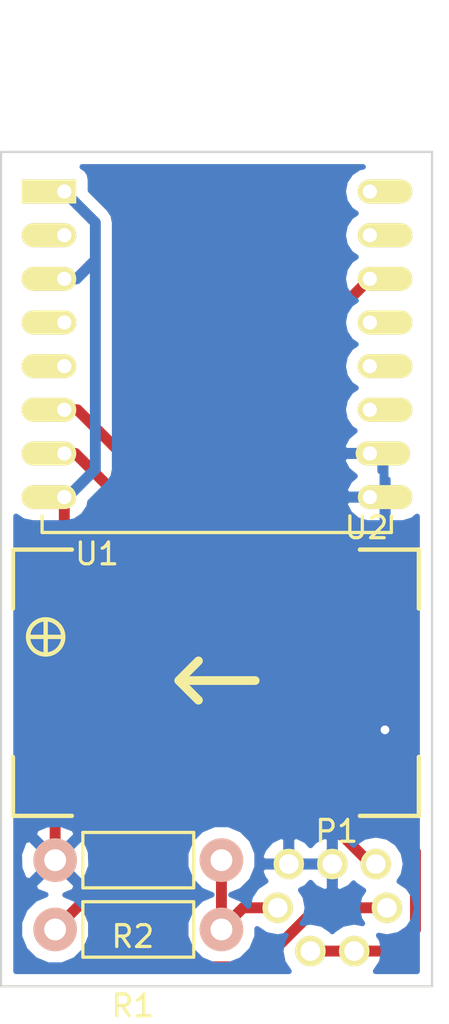
<source format=kicad_pcb>
(kicad_pcb (version 4) (host pcbnew 4.0.4+e1-6308~48~ubuntu16.04.1-stable)

  (general
    (links 16)
    (no_connects 0)
    (area 145.555499 103.137499 165.404001 141.464501)
    (thickness 1.6)
    (drawings 4)
    (tracks 44)
    (zones 0)
    (modules 5)
    (nets 16)
  )

  (page A4)
  (title_block
    (title Roomba)
    (date 2016-09-27)
    (rev 0.1)
  )

  (layers
    (0 F.Cu signal)
    (31 B.Cu signal)
    (32 B.Adhes user)
    (33 F.Adhes user)
    (34 B.Paste user)
    (35 F.Paste user)
    (36 B.SilkS user)
    (37 F.SilkS user)
    (38 B.Mask user)
    (39 F.Mask user)
    (40 Dwgs.User user)
    (41 Cmts.User user)
    (42 Eco1.User user)
    (43 Eco2.User user)
    (44 Edge.Cuts user)
    (45 Margin user)
    (46 B.CrtYd user)
    (47 F.CrtYd user)
    (48 B.Fab user)
    (49 F.Fab user)
  )

  (setup
    (last_trace_width 0.5)
    (user_trace_width 0.25)
    (user_trace_width 0.5)
    (user_trace_width 1)
    (user_trace_width 1.5)
    (user_trace_width 2)
    (trace_clearance 0.25)
    (zone_clearance 0.508)
    (zone_45_only yes)
    (trace_min 0.2)
    (segment_width 0.2)
    (edge_width 0.1)
    (via_size 0.6)
    (via_drill 0.4)
    (via_min_size 0.4)
    (via_min_drill 0.3)
    (uvia_size 0.3)
    (uvia_drill 0.1)
    (uvias_allowed no)
    (uvia_min_size 0.2)
    (uvia_min_drill 0.1)
    (pcb_text_width 0.3)
    (pcb_text_size 1.5 1.5)
    (mod_edge_width 0.15)
    (mod_text_size 1 1)
    (mod_text_width 0.15)
    (pad_size 2.5 2.5)
    (pad_drill 0)
    (pad_to_mask_clearance 0)
    (aux_axis_origin 0 0)
    (visible_elements FFFFFF7F)
    (pcbplotparams
      (layerselection 0x010f0_80000001)
      (usegerberextensions true)
      (excludeedgelayer true)
      (linewidth 0.100000)
      (plotframeref false)
      (viasonmask false)
      (mode 1)
      (useauxorigin false)
      (hpglpennumber 1)
      (hpglpenspeed 20)
      (hpglpendiameter 15)
      (hpglpenoverlay 2)
      (psnegative false)
      (psa4output false)
      (plotreference true)
      (plotvalue true)
      (plotinvisibletext false)
      (padsonsilk false)
      (subtractmaskfromsilk false)
      (outputformat 1)
      (mirror false)
      (drillshape 0)
      (scaleselection 1)
      (outputdirectory gerber/))
  )

  (net 0 "")
  (net 1 GND)
  (net 2 /DD)
  (net 3 VCC)
  (net 4 /RX)
  (net 5 /TX)
  (net 6 "Net-(U1-Pad2)")
  (net 7 "Net-(U1-Pad4)")
  (net 8 "Net-(U1-Pad5)")
  (net 9 +3V3)
  (net 10 "Net-(U1-Pad11)")
  (net 11 "Net-(U1-Pad12)")
  (net 12 "Net-(U1-Pad13)")
  (net 13 "Net-(R1-Pad2)")
  (net 14 "Net-(U1-Pad15)")
  (net 15 "Net-(U1-Pad16)")

  (net_class Default "This is the default net class."
    (clearance 0.25)
    (trace_width 0.25)
    (via_dia 0.6)
    (via_drill 0.4)
    (uvia_dia 0.3)
    (uvia_drill 0.1)
    (add_net +3V3)
    (add_net /DD)
    (add_net /RX)
    (add_net /TX)
    (add_net GND)
    (add_net "Net-(R1-Pad2)")
    (add_net "Net-(U1-Pad11)")
    (add_net "Net-(U1-Pad12)")
    (add_net "Net-(U1-Pad13)")
    (add_net "Net-(U1-Pad15)")
    (add_net "Net-(U1-Pad16)")
    (add_net "Net-(U1-Pad2)")
    (add_net "Net-(U1-Pad4)")
    (add_net "Net-(U1-Pad5)")
    (add_net VCC)
  )

  (module 360_dc-dc:MiniDin-7 (layer F.Cu) (tedit 572798B1) (tstamp 57EA6E0F)
    (at 160.782 137.414)
    (path /57EA6506)
    (fp_text reference P1 (at 0.2 -3.1) (layer F.SilkS)
      (effects (font (size 1 1) (thickness 0.15)))
    )
    (fp_text value CONN_01X07 (at 0.4 3.8) (layer F.Fab)
      (effects (font (size 1 1) (thickness 0.15)))
    )
    (pad 6 thru_hole oval (at 0 -1.6002) (size 1.4 1.4) (drill oval 0.9) (layers *.Cu *.Mask F.SilkS)
      (net 1 GND))
    (pad 5 thru_hole oval (at 1.9939 -1.6002) (size 1.4 1.4) (drill oval 0.9) (layers *.Cu *.Mask F.SilkS)
      (net 2 /DD))
    (pad 7 thru_hole oval (at -1.9939 -1.6002) (size 1.4 1.4) (drill oval 0.9) (layers *.Cu *.Mask F.SilkS)
      (net 1 GND))
    (pad 1 thru_hole oval (at 1.0033 2.3876) (size 1.4 1.4) (drill oval 0.9) (layers *.Cu *.Mask F.SilkS)
      (net 3 VCC))
    (pad 2 thru_hole oval (at -1.0033 2.3876) (size 1.4 1.4) (drill oval 0.9) (layers *.Cu *.Mask F.SilkS)
      (net 3 VCC))
    (pad 3 thru_hole oval (at 2.5019 0.4064) (size 1.4 1.4) (drill oval 0.9) (layers *.Cu *.Mask F.SilkS)
      (net 4 /RX))
    (pad 4 thru_hole oval (at -2.5019 0.4064) (size 1.4 1.4) (drill oval 0.9) (layers *.Cu *.Mask F.SilkS)
      (net 5 /TX))
  )

  (module Resistors_ThroughHole:Resistor_Horizontal_RM7mm (layer F.Cu) (tedit 569FCF07) (tstamp 57EA6E15)
    (at 155.702 138.811 180)
    (descr "Resistor, Axial,  RM 7.62mm, 1/3W,")
    (tags "Resistor Axial RM 7.62mm 1/3W R3")
    (path /57EA10E4)
    (fp_text reference R1 (at 4.05892 -3.50012 180) (layer F.SilkS)
      (effects (font (size 1 1) (thickness 0.15)))
    )
    (fp_text value R (at 3.81 3.81 180) (layer F.Fab)
      (effects (font (size 1 1) (thickness 0.15)))
    )
    (fp_line (start -1.25 -1.5) (end 8.85 -1.5) (layer F.CrtYd) (width 0.05))
    (fp_line (start -1.25 1.5) (end -1.25 -1.5) (layer F.CrtYd) (width 0.05))
    (fp_line (start 8.85 -1.5) (end 8.85 1.5) (layer F.CrtYd) (width 0.05))
    (fp_line (start -1.25 1.5) (end 8.85 1.5) (layer F.CrtYd) (width 0.05))
    (fp_line (start 1.27 -1.27) (end 6.35 -1.27) (layer F.SilkS) (width 0.15))
    (fp_line (start 6.35 -1.27) (end 6.35 1.27) (layer F.SilkS) (width 0.15))
    (fp_line (start 6.35 1.27) (end 1.27 1.27) (layer F.SilkS) (width 0.15))
    (fp_line (start 1.27 1.27) (end 1.27 -1.27) (layer F.SilkS) (width 0.15))
    (pad 1 thru_hole circle (at 0 0 180) (size 1.99898 1.99898) (drill 1.00076) (layers *.Cu *.SilkS *.Mask)
      (net 5 /TX))
    (pad 2 thru_hole circle (at 7.62 0 180) (size 1.99898 1.99898) (drill 1.00076) (layers *.Cu *.SilkS *.Mask)
      (net 13 "Net-(R1-Pad2)"))
  )

  (module Resistors_ThroughHole:Resistor_Horizontal_RM7mm (layer F.Cu) (tedit 569FCF07) (tstamp 57EA6E1B)
    (at 155.702 135.636 180)
    (descr "Resistor, Axial,  RM 7.62mm, 1/3W,")
    (tags "Resistor Axial RM 7.62mm 1/3W R3")
    (path /57EA113D)
    (fp_text reference R2 (at 4.05892 -3.50012 180) (layer F.SilkS)
      (effects (font (size 1 1) (thickness 0.15)))
    )
    (fp_text value R (at 3.81 3.81 180) (layer F.Fab)
      (effects (font (size 1 1) (thickness 0.15)))
    )
    (fp_line (start -1.25 -1.5) (end 8.85 -1.5) (layer F.CrtYd) (width 0.05))
    (fp_line (start -1.25 1.5) (end -1.25 -1.5) (layer F.CrtYd) (width 0.05))
    (fp_line (start 8.85 -1.5) (end 8.85 1.5) (layer F.CrtYd) (width 0.05))
    (fp_line (start -1.25 1.5) (end 8.85 1.5) (layer F.CrtYd) (width 0.05))
    (fp_line (start 1.27 -1.27) (end 6.35 -1.27) (layer F.SilkS) (width 0.15))
    (fp_line (start 6.35 -1.27) (end 6.35 1.27) (layer F.SilkS) (width 0.15))
    (fp_line (start 6.35 1.27) (end 1.27 1.27) (layer F.SilkS) (width 0.15))
    (fp_line (start 1.27 1.27) (end 1.27 -1.27) (layer F.SilkS) (width 0.15))
    (pad 1 thru_hole circle (at 0 0 180) (size 1.99898 1.99898) (drill 1.00076) (layers *.Cu *.SilkS *.Mask)
      (net 5 /TX))
    (pad 2 thru_hole circle (at 7.62 0 180) (size 1.99898 1.99898) (drill 1.00076) (layers *.Cu *.SilkS *.Mask)
      (net 1 GND))
  )

  (module ESP8266:ESP-12 locked (layer F.Cu) (tedit 55BE5912) (tstamp 57EA6E2F)
    (at 148.5011 105.0036)
    (descr "Module, ESP-8266, ESP-12, 16 pad, SMD")
    (tags "Module ESP-8266 ESP8266")
    (path /57E8BB71)
    (fp_text reference U1 (at 1.5 16.6) (layer F.SilkS)
      (effects (font (size 1 1) (thickness 0.15)))
    )
    (fp_text value ESP-12 (at 6.992 1) (layer F.Fab)
      (effects (font (size 1 1) (thickness 0.15)))
    )
    (fp_line (start -2.25 -0.5) (end -2.25 -8.75) (layer F.CrtYd) (width 0.05))
    (fp_line (start -2.25 -8.75) (end 15.25 -8.75) (layer F.CrtYd) (width 0.05))
    (fp_line (start 15.25 -8.75) (end 16.25 -8.75) (layer F.CrtYd) (width 0.05))
    (fp_line (start 16.25 -8.75) (end 16.25 16) (layer F.CrtYd) (width 0.05))
    (fp_line (start 16.25 16) (end -2.25 16) (layer F.CrtYd) (width 0.05))
    (fp_line (start -2.25 16) (end -2.25 -0.5) (layer F.CrtYd) (width 0.05))
    (fp_line (start -1.016 -8.382) (end 14.986 -8.382) (layer F.CrtYd) (width 0.1524))
    (fp_line (start 14.986 -8.382) (end 14.986 -0.889) (layer F.CrtYd) (width 0.1524))
    (fp_line (start -1.016 -8.382) (end -1.016 -1.016) (layer F.CrtYd) (width 0.1524))
    (fp_line (start -1.016 14.859) (end -1.016 15.621) (layer F.SilkS) (width 0.1524))
    (fp_line (start -1.016 15.621) (end 14.986 15.621) (layer F.SilkS) (width 0.1524))
    (fp_line (start 14.986 15.621) (end 14.986 14.859) (layer F.SilkS) (width 0.1524))
    (fp_line (start 14.992 -8.4) (end -1.008 -2.6) (layer F.CrtYd) (width 0.1524))
    (fp_line (start -1.008 -8.4) (end 14.992 -2.6) (layer F.CrtYd) (width 0.1524))
    (fp_text user "No Copper" (at 6.892 -5.4) (layer F.CrtYd)
      (effects (font (size 1 1) (thickness 0.15)))
    )
    (fp_line (start -1.008 -2.6) (end 14.992 -2.6) (layer F.CrtYd) (width 0.1524))
    (fp_line (start 15 -8.4) (end 15 15.6) (layer F.Fab) (width 0.05))
    (fp_line (start 14.992 15.6) (end -1.008 15.6) (layer F.Fab) (width 0.05))
    (fp_line (start -1.008 15.6) (end -1.008 -8.4) (layer F.Fab) (width 0.05))
    (fp_line (start -1.008 -8.4) (end 14.992 -8.4) (layer F.Fab) (width 0.05))
    (pad 1 thru_hole rect (at 0 0) (size 2.5 1.1) (drill 0.65 (offset -0.7 0)) (layers *.Cu *.Mask F.SilkS)
      (net 9 +3V3))
    (pad 2 thru_hole oval (at 0 2) (size 2.5 1.1) (drill 0.65 (offset -0.7 0)) (layers *.Cu *.Mask F.SilkS)
      (net 6 "Net-(U1-Pad2)"))
    (pad 3 thru_hole oval (at 0 4) (size 2.5 1.1) (drill 0.65 (offset -0.7 0)) (layers *.Cu *.Mask F.SilkS)
      (net 9 +3V3))
    (pad 4 thru_hole oval (at 0 6) (size 2.5 1.1) (drill 0.65 (offset -0.7 0)) (layers *.Cu *.Mask F.SilkS)
      (net 7 "Net-(U1-Pad4)"))
    (pad 5 thru_hole oval (at 0 8) (size 2.5 1.1) (drill 0.65 (offset -0.7 0)) (layers *.Cu *.Mask F.SilkS)
      (net 8 "Net-(U1-Pad5)"))
    (pad 6 thru_hole oval (at 0 10) (size 2.5 1.1) (drill 0.65 (offset -0.7 0)) (layers *.Cu *.Mask F.SilkS)
      (net 4 /RX))
    (pad 7 thru_hole oval (at 0 12) (size 2.5 1.1) (drill 0.65 (offset -0.7 0)) (layers *.Cu *.Mask F.SilkS)
      (net 13 "Net-(R1-Pad2)"))
    (pad 8 thru_hole oval (at 0 14) (size 2.5 1.1) (drill 0.65 (offset -0.7 0)) (layers *.Cu *.Mask F.SilkS)
      (net 9 +3V3))
    (pad 9 thru_hole oval (at 14 14) (size 2.5 1.1) (drill 0.65 (offset 0.7 0)) (layers *.Cu *.Mask F.SilkS)
      (net 1 GND))
    (pad 10 thru_hole oval (at 14 12) (size 2.5 1.1) (drill 0.65 (offset 0.6 0)) (layers *.Cu *.Mask F.SilkS)
      (net 1 GND))
    (pad 11 thru_hole oval (at 14 10) (size 2.5 1.1) (drill 0.65 (offset 0.7 0)) (layers *.Cu *.Mask F.SilkS)
      (net 10 "Net-(U1-Pad11)"))
    (pad 12 thru_hole oval (at 14 8) (size 2.5 1.1) (drill 0.65 (offset 0.7 0)) (layers *.Cu *.Mask F.SilkS)
      (net 11 "Net-(U1-Pad12)"))
    (pad 13 thru_hole oval (at 14 6) (size 2.5 1.1) (drill 0.65 (offset 0.7 0)) (layers *.Cu *.Mask F.SilkS)
      (net 12 "Net-(U1-Pad13)"))
    (pad 14 thru_hole oval (at 14 4) (size 2.5 1.1) (drill 0.65 (offset 0.7 0)) (layers *.Cu *.Mask F.SilkS)
      (net 2 /DD))
    (pad 15 thru_hole oval (at 14 2) (size 2.5 1.1) (drill 0.65 (offset 0.7 0)) (layers *.Cu *.Mask F.SilkS)
      (net 14 "Net-(U1-Pad15)"))
    (pad 16 thru_hole oval (at 14 0) (size 2.5 1.1) (drill 0.65 (offset 0.7 0)) (layers *.Cu *.Mask F.SilkS)
      (net 15 "Net-(U1-Pad16)"))
    (model ${ESPLIB}/ESP8266.3dshapes/ESP-12.wrl
      (at (xyz 0 0 0))
      (scale (xyz 0.3937 0.3937 0.3937))
      (rotate (xyz 0 0 0))
    )
  )

  (module 360_dc-dc:MINI-360 (layer F.Cu) (tedit 57EA7C73) (tstamp 57EA6E4D)
    (at 155.448 127.508 180)
    (path /57EA8BFB)
    (fp_text reference U2 (at -6.9 7.1 180) (layer F.SilkS)
      (effects (font (size 1 1) (thickness 0.15)))
    )
    (fp_text value 360_DC-DC (at 0 0 180) (layer F.Fab)
      (effects (font (size 1 1) (thickness 0.15)))
    )
    (fp_line (start -9.3 -6.1) (end -9.3 6.1) (layer F.CrtYd) (width 0.1))
    (fp_line (start -9.3 6.1) (end 9.3 6.1) (layer F.CrtYd) (width 0.1))
    (fp_line (start 9.3 6.1) (end 9.3 -6.1) (layer F.CrtYd) (width 0.1))
    (fp_line (start 9.3 -6.1) (end -9.3 -6.1) (layer F.CrtYd) (width 0.1))
    (fp_line (start 9.3 -3.4) (end 9.3 -6.1) (layer F.SilkS) (width 0.2))
    (fp_line (start 9.3 -6.1) (end 6.6 -6.1) (layer F.SilkS) (width 0.2))
    (fp_line (start 9.3 6.1) (end 9.3 3.4) (layer F.SilkS) (width 0.2))
    (fp_line (start 9.3 6.1) (end 6.6 6.1) (layer F.SilkS) (width 0.2))
    (fp_line (start -9.3 6.1) (end -6.6 6.1) (layer F.SilkS) (width 0.2))
    (fp_line (start -9.3 6.1) (end -9.3 3.4) (layer F.SilkS) (width 0.2))
    (fp_line (start -9.3 -6.1) (end -9.3 -3.4) (layer F.SilkS) (width 0.2))
    (fp_line (start -9.3 -6.1) (end -6.6 -6.1) (layer F.SilkS) (width 0.2))
    (fp_line (start -8.8 5.6) (end 8.8 5.6) (layer F.Fab) (width 0.1))
    (fp_line (start 8.8 5.6) (end 8.8 -5.6) (layer F.Fab) (width 0.1))
    (fp_line (start 8.8 -5.6) (end -8.8 -5.6) (layer F.Fab) (width 0.1))
    (fp_line (start -8.8 -5.6) (end -8.8 5.6) (layer F.Fab) (width 0.1))
    (fp_line (start 1.7 0.1) (end 0.8 1) (layer F.SilkS) (width 0.4))
    (fp_line (start -1.8 0.1) (end 1.7 0.1) (layer F.SilkS) (width 0.4))
    (fp_line (start 1.7 0.1) (end 0.8 -0.8) (layer F.SilkS) (width 0.4))
    (fp_line (start 7 2.1) (end 8.6 2.1) (layer F.SilkS) (width 0.2))
    (fp_line (start 7.8 1.3) (end 7.8 2.9) (layer F.SilkS) (width 0.2))
    (fp_circle (center 7.8 2.1) (end 7.9 2.9) (layer F.SilkS) (width 0.2))
    (pad GND smd rect (at -7.8 -4.6 180) (size 2.5 2.5) (layers F.Cu F.Paste F.Mask)
      (net 1 GND))
    (pad VIN smd rect (at -7.8 4.6 180) (size 2.5 2.5) (layers F.Cu F.Paste F.Mask)
      (net 3 VCC))
    (pad VOUT smd rect (at 7.8 4.6 180) (size 2.5 2.5) (layers F.Cu F.Paste F.Mask)
      (net 9 +3V3))
    (pad GND smd rect (at 7.8 -4.6 180) (size 2.5 2.5) (layers F.Cu F.Paste F.Mask)
      (net 1 GND))
  )

  (gr_line (start 165.354 141.4145) (end 165.354 103.1875) (angle 90) (layer Edge.Cuts) (width 0.1))
  (gr_line (start 165.354 141.4145) (end 145.6055 141.4145) (angle 90) (layer Edge.Cuts) (width 0.1))
  (gr_line (start 145.6055 103.1875) (end 145.6055 141.4145) (angle 90) (layer Edge.Cuts) (width 0.1))
  (gr_line (start 165.354 103.1875) (end 145.6055 103.1875) (angle 90) (layer Edge.Cuts) (width 0.1))

  (segment (start 163.248 132.108) (end 163.248 129.72) (width 0.5) (layer F.Cu) (net 1) (status 400000))
  (via (at 163.195 129.667) (size 0.6) (drill 0.4) (layers F.Cu B.Cu) (net 1))
  (segment (start 163.248 129.72) (end 163.195 129.667) (width 0.5) (layer F.Cu) (net 1) (tstamp 57FE2DC9))
  (segment (start 148.082 135.636) (end 148.082 132.542) (width 0.5) (layer F.Cu) (net 1))
  (segment (start 148.082 132.542) (end 147.648 132.108) (width 0.5) (layer F.Cu) (net 1) (tstamp 57F751BC))
  (segment (start 148.082 132.542) (end 147.648 132.108) (width 0.25) (layer F.Cu) (net 1) (tstamp 57EA7E09))
  (segment (start 162.7759 135.8138) (end 162.5473 135.8138) (width 0.5) (layer F.Cu) (net 2))
  (segment (start 162.5473 135.8138) (end 159.512 132.7785) (width 0.5) (layer F.Cu) (net 2) (tstamp 57F751E2))
  (segment (start 159.512 111.9927) (end 162.5011 109.0036) (width 0.5) (layer F.Cu) (net 2) (tstamp 57F751F2))
  (segment (start 159.512 132.7785) (end 159.512 111.9927) (width 0.5) (layer F.Cu) (net 2) (tstamp 57F751E7))
  (segment (start 161.7853 139.8016) (end 163.6014 139.8016) (width 0.5) (layer F.Cu) (net 3))
  (segment (start 160.8455 125.3105) (end 163.248 122.908) (width 0.5) (layer F.Cu) (net 3) (tstamp 57F75210))
  (segment (start 160.8455 132.969) (end 160.8455 125.3105) (width 0.5) (layer F.Cu) (net 3) (tstamp 57F7520C))
  (segment (start 161.9885 134.112) (end 160.8455 132.969) (width 0.5) (layer F.Cu) (net 3) (tstamp 57F75204))
  (segment (start 163.449 134.112) (end 161.9885 134.112) (width 0.5) (layer F.Cu) (net 3) (tstamp 57F75201))
  (segment (start 164.592 135.255) (end 163.449 134.112) (width 0.5) (layer F.Cu) (net 3) (tstamp 57F75200))
  (segment (start 164.592 138.811) (end 164.592 135.255) (width 0.5) (layer F.Cu) (net 3) (tstamp 57F751FC))
  (segment (start 163.6014 139.8016) (end 164.592 138.811) (width 0.5) (layer F.Cu) (net 3) (tstamp 57F751F8))
  (segment (start 159.7787 139.8016) (end 161.7853 139.8016) (width 0.5) (layer F.Cu) (net 3))
  (segment (start 161.7853 139.8016) (end 161.8107 139.827) (width 0.25) (layer F.Cu) (net 3) (tstamp 57EA7BE8))
  (segment (start 148.5011 115.0036) (end 149.1031 115.0036) (width 0.5) (layer F.Cu) (net 4))
  (segment (start 160.0581 137.8204) (end 163.2839 137.8204) (width 0.5) (layer F.Cu) (net 4) (tstamp 57F751A6))
  (segment (start 157.353 140.5255) (end 160.0581 137.8204) (width 0.5) (layer F.Cu) (net 4) (tstamp 57F751A4))
  (segment (start 154.2415 140.5255) (end 157.353 140.5255) (width 0.5) (layer F.Cu) (net 4) (tstamp 57F751A2))
  (segment (start 152.019 138.303) (end 154.2415 140.5255) (width 0.5) (layer F.Cu) (net 4) (tstamp 57F751A0))
  (segment (start 152.019 117.9195) (end 152.019 138.303) (width 0.5) (layer F.Cu) (net 4) (tstamp 57F7519A))
  (segment (start 149.1031 115.0036) (end 152.019 117.9195) (width 0.5) (layer F.Cu) (net 4) (tstamp 57F75198))
  (segment (start 155.702 135.636) (end 155.702 138.811) (width 0.5) (layer F.Cu) (net 5))
  (segment (start 155.702 138.811) (end 156.6926 137.8204) (width 0.5) (layer F.Cu) (net 5) (tstamp 57F75175))
  (segment (start 156.6926 137.8204) (end 158.2801 137.8204) (width 0.5) (layer F.Cu) (net 5) (tstamp 57F75176))
  (segment (start 148.5011 109.0036) (end 149.0604 109.0036) (width 0.5) (layer B.Cu) (net 9) (status 400000))
  (segment (start 149.0604 109.0036) (end 149.9235 108.1405) (width 0.5) (layer B.Cu) (net 9) (tstamp 57FE2E3D))
  (segment (start 148.5011 119.0036) (end 148.6489 119.0036) (width 0.5) (layer B.Cu) (net 9) (status C00000))
  (segment (start 148.6489 119.0036) (end 149.9235 117.729) (width 0.5) (layer B.Cu) (net 9) (tstamp 57FE2E2E) (status 400000))
  (segment (start 149.9235 106.426) (end 148.5011 105.0036) (width 0.5) (layer B.Cu) (net 9) (tstamp 57FE2E3A) (status 800000))
  (segment (start 149.9235 117.729) (end 149.9235 108.1405) (width 0.5) (layer B.Cu) (net 9) (tstamp 57FE2E34))
  (segment (start 149.9235 108.1405) (end 149.9235 106.426) (width 0.5) (layer B.Cu) (net 9) (tstamp 57FE2E40))
  (segment (start 148.5011 119.0036) (end 146.9436 119.0036) (width 0.5) (layer F.Cu) (net 9))
  (segment (start 148.5011 119.0036) (end 148.5011 122.0549) (width 0.5) (layer F.Cu) (net 9))
  (segment (start 148.5011 122.0549) (end 147.648 122.908) (width 0.5) (layer F.Cu) (net 9) (tstamp 57EA7ADF))
  (segment (start 148.082 138.811) (end 150.4315 136.4615) (width 0.5) (layer F.Cu) (net 13))
  (segment (start 150.4315 118.4275) (end 149.0076 117.0036) (width 0.5) (layer F.Cu) (net 13) (tstamp 57F7518D))
  (segment (start 150.4315 136.4615) (end 150.4315 118.4275) (width 0.5) (layer F.Cu) (net 13) (tstamp 57F75189))
  (segment (start 149.0076 117.0036) (end 148.5011 117.0036) (width 0.5) (layer F.Cu) (net 13) (tstamp 57F75192))

  (zone (net 1) (net_name GND) (layer B.Cu) (tstamp 57EA7C56) (hatch edge 0.508)
    (connect_pads (clearance 0.508))
    (min_thickness 0.254)
    (fill yes (arc_segments 16) (thermal_gap 0.508) (thermal_bridge_width 0.508))
    (polygon
      (pts
        (xy 165.1 141.224) (xy 145.796 141.224) (xy 145.796 103.378) (xy 165.1 103.378)
      )
    )
    (filled_polygon
      (pts
        (xy 162.010691 103.908803) (xy 161.626249 104.165678) (xy 161.369374 104.55012) (xy 161.279171 105.0036) (xy 161.369374 105.45708)
        (xy 161.626249 105.841522) (xy 161.868817 106.0036) (xy 161.626249 106.165678) (xy 161.369374 106.55012) (xy 161.279171 107.0036)
        (xy 161.369374 107.45708) (xy 161.626249 107.841522) (xy 161.868817 108.0036) (xy 161.626249 108.165678) (xy 161.369374 108.55012)
        (xy 161.279171 109.0036) (xy 161.369374 109.45708) (xy 161.626249 109.841522) (xy 161.868817 110.0036) (xy 161.626249 110.165678)
        (xy 161.369374 110.55012) (xy 161.279171 111.0036) (xy 161.369374 111.45708) (xy 161.626249 111.841522) (xy 161.868817 112.0036)
        (xy 161.626249 112.165678) (xy 161.369374 112.55012) (xy 161.279171 113.0036) (xy 161.369374 113.45708) (xy 161.626249 113.841522)
        (xy 161.868817 114.0036) (xy 161.626249 114.165678) (xy 161.369374 114.55012) (xy 161.279171 115.0036) (xy 161.369374 115.45708)
        (xy 161.626249 115.841522) (xy 161.816683 115.968765) (xy 161.473376 116.255482) (xy 161.257702 116.667454) (xy 161.257297 116.693856)
        (xy 161.382739 116.8766) (xy 162.9741 116.8766) (xy 162.9741 116.8566) (xy 163.2281 116.8566) (xy 163.2281 116.8766)
        (xy 163.2481 116.8766) (xy 163.2481 117.1306) (xy 163.2281 117.1306) (xy 163.2281 118.1886) (xy 163.3281 118.1886)
        (xy 163.3281 118.8766) (xy 163.3481 118.8766) (xy 163.3481 119.1306) (xy 163.3281 119.1306) (xy 163.3281 120.1886)
        (xy 164.0281 120.1886) (xy 164.471913 120.049796) (xy 164.669 119.885197) (xy 164.669 140.7295) (xy 162.766192 140.7295)
        (xy 163.044833 140.312482) (xy 163.146454 139.8016) (xy 163.044833 139.290718) (xy 162.907922 139.085816) (xy 163.257746 139.1554)
        (xy 163.310054 139.1554) (xy 163.820936 139.053779) (xy 164.254042 138.764388) (xy 164.543433 138.331282) (xy 164.645054 137.8204)
        (xy 164.543433 137.309518) (xy 164.254042 136.876412) (xy 163.848042 136.605133) (xy 164.035433 136.324682) (xy 164.137054 135.8138)
        (xy 164.035433 135.302918) (xy 163.746042 134.869812) (xy 163.312936 134.580421) (xy 162.802054 134.4788) (xy 162.749746 134.4788)
        (xy 162.238864 134.580421) (xy 161.805758 134.869812) (xy 161.758124 134.941101) (xy 161.584663 134.747036) (xy 161.115331 134.521073)
        (xy 160.909 134.643594) (xy 160.909 135.6868) (xy 160.929 135.6868) (xy 160.929 135.9408) (xy 160.909 135.9408)
        (xy 160.909 136.984006) (xy 161.115331 137.106527) (xy 161.584663 136.880564) (xy 161.758124 136.686499) (xy 161.805758 136.757788)
        (xy 162.211758 137.029067) (xy 162.024367 137.309518) (xy 161.922746 137.8204) (xy 162.024367 138.331282) (xy 162.161278 138.536184)
        (xy 161.811454 138.4666) (xy 161.759146 138.4666) (xy 161.248264 138.568221) (xy 160.815158 138.857612) (xy 160.782 138.907237)
        (xy 160.748842 138.857612) (xy 160.315736 138.568221) (xy 159.804854 138.4666) (xy 159.752546 138.4666) (xy 159.402722 138.536184)
        (xy 159.539633 138.331282) (xy 159.641254 137.8204) (xy 159.539633 137.309518) (xy 159.335223 137.003595) (xy 159.590763 136.880564)
        (xy 159.78505 136.663199) (xy 159.979337 136.880564) (xy 160.448669 137.106527) (xy 160.655 136.984006) (xy 160.655 135.9408)
        (xy 158.9151 135.9408) (xy 158.9151 135.9608) (xy 158.6611 135.9608) (xy 158.6611 135.9408) (xy 157.618726 135.9408)
        (xy 157.495384 136.147129) (xy 157.638303 136.492196) (xy 157.73054 136.595389) (xy 157.309958 136.876412) (xy 157.020567 137.309518)
        (xy 156.936174 137.733791) (xy 156.629073 137.426154) (xy 156.140568 137.223309) (xy 156.626655 137.022462) (xy 157.086846 136.563073)
        (xy 157.336206 135.962547) (xy 157.336627 135.480471) (xy 157.495384 135.480471) (xy 157.618726 135.6868) (xy 158.6611 135.6868)
        (xy 158.6611 134.643594) (xy 158.9151 134.643594) (xy 158.9151 135.6868) (xy 160.655 135.6868) (xy 160.655 134.643594)
        (xy 160.448669 134.521073) (xy 159.979337 134.747036) (xy 159.78505 134.964401) (xy 159.590763 134.747036) (xy 159.121431 134.521073)
        (xy 158.9151 134.643594) (xy 158.6611 134.643594) (xy 158.454769 134.521073) (xy 157.985437 134.747036) (xy 157.638303 135.135404)
        (xy 157.495384 135.480471) (xy 157.336627 135.480471) (xy 157.336774 135.312306) (xy 157.088462 134.711345) (xy 156.629073 134.251154)
        (xy 156.028547 134.001794) (xy 155.378306 134.001226) (xy 154.777345 134.249538) (xy 154.317154 134.708927) (xy 154.067794 135.309453)
        (xy 154.067226 135.959694) (xy 154.315538 136.560655) (xy 154.774927 137.020846) (xy 155.263432 137.223691) (xy 154.777345 137.424538)
        (xy 154.317154 137.883927) (xy 154.067794 138.484453) (xy 154.067226 139.134694) (xy 154.315538 139.735655) (xy 154.774927 140.195846)
        (xy 155.375453 140.445206) (xy 156.025694 140.445774) (xy 156.626655 140.197462) (xy 157.086846 139.738073) (xy 157.336206 139.137547)
        (xy 157.336516 138.782134) (xy 157.743064 139.053779) (xy 158.253946 139.1554) (xy 158.306254 139.1554) (xy 158.656078 139.085816)
        (xy 158.519167 139.290718) (xy 158.417546 139.8016) (xy 158.519167 140.312482) (xy 158.797808 140.7295) (xy 146.2905 140.7295)
        (xy 146.2905 139.134694) (xy 146.447226 139.134694) (xy 146.695538 139.735655) (xy 147.154927 140.195846) (xy 147.755453 140.445206)
        (xy 148.405694 140.445774) (xy 149.006655 140.197462) (xy 149.466846 139.738073) (xy 149.716206 139.137547) (xy 149.716774 138.487306)
        (xy 149.468462 137.886345) (xy 149.009073 137.426154) (xy 148.535035 137.229316) (xy 148.955958 137.054965) (xy 149.054557 136.788163)
        (xy 148.082 135.815605) (xy 147.109443 136.788163) (xy 147.208042 137.054965) (xy 147.652333 137.220013) (xy 147.157345 137.424538)
        (xy 146.697154 137.883927) (xy 146.447794 138.484453) (xy 146.447226 139.134694) (xy 146.2905 139.134694) (xy 146.2905 135.371582)
        (xy 146.436599 135.371582) (xy 146.460659 136.021377) (xy 146.663035 136.509958) (xy 146.929837 136.608557) (xy 147.902395 135.636)
        (xy 148.261605 135.636) (xy 149.234163 136.608557) (xy 149.500965 136.509958) (xy 149.727401 135.900418) (xy 149.703341 135.250623)
        (xy 149.500965 134.762042) (xy 149.234163 134.663443) (xy 148.261605 135.636) (xy 147.902395 135.636) (xy 146.929837 134.663443)
        (xy 146.663035 134.762042) (xy 146.436599 135.371582) (xy 146.2905 135.371582) (xy 146.2905 134.483837) (xy 147.109443 134.483837)
        (xy 148.082 135.456395) (xy 149.054557 134.483837) (xy 148.955958 134.217035) (xy 148.346418 133.990599) (xy 147.696623 134.014659)
        (xy 147.208042 134.217035) (xy 147.109443 134.483837) (xy 146.2905 134.483837) (xy 146.2905 119.884453) (xy 146.610691 120.098397)
        (xy 147.064171 120.1886) (xy 148.538029 120.1886) (xy 148.991509 120.098397) (xy 149.375951 119.841522) (xy 149.632826 119.45708)
        (xy 149.661416 119.313344) (xy 161.357297 119.313344) (xy 161.357702 119.339746) (xy 161.573376 119.751718) (xy 161.930287 120.049796)
        (xy 162.3741 120.1886) (xy 163.0741 120.1886) (xy 163.0741 119.1306) (xy 161.482739 119.1306) (xy 161.357297 119.313344)
        (xy 149.661416 119.313344) (xy 149.678967 119.225112) (xy 150.549287 118.354792) (xy 150.54929 118.35479) (xy 150.707106 118.1186)
        (xy 150.741134 118.067674) (xy 150.808501 117.729) (xy 150.8085 117.728995) (xy 150.8085 117.313344) (xy 161.257297 117.313344)
        (xy 161.257702 117.339746) (xy 161.473376 117.751718) (xy 161.824973 118.045358) (xy 161.573376 118.255482) (xy 161.357702 118.667454)
        (xy 161.357297 118.693856) (xy 161.482739 118.8766) (xy 163.0741 118.8766) (xy 163.0741 117.8186) (xy 162.9741 117.8186)
        (xy 162.9741 117.1306) (xy 161.382739 117.1306) (xy 161.257297 117.313344) (xy 150.8085 117.313344) (xy 150.8085 108.140505)
        (xy 150.808501 108.1405) (xy 150.8085 108.140495) (xy 150.8085 106.426) (xy 150.741133 106.087325) (xy 150.54929 105.80021)
        (xy 150.549287 105.800208) (xy 149.69854 104.94946) (xy 149.69854 104.4536) (xy 149.654262 104.218283) (xy 149.51519 104.002159)
        (xy 149.325428 103.8725) (xy 162.193198 103.8725)
      )
    )
  )
)

</source>
